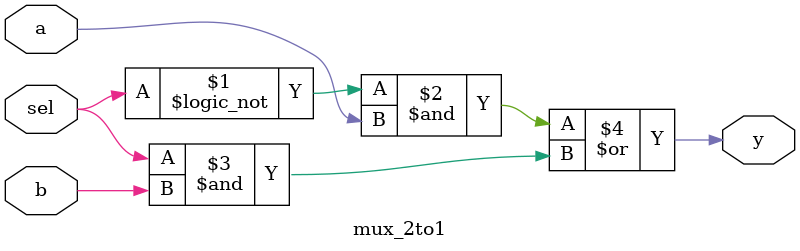
<source format=v>
module mux_2to1(
    input a,
    input b,
    input sel,
    output y
    );
    
    assign y = (!sel & a) | (sel & b);
    
endmodule
</source>
